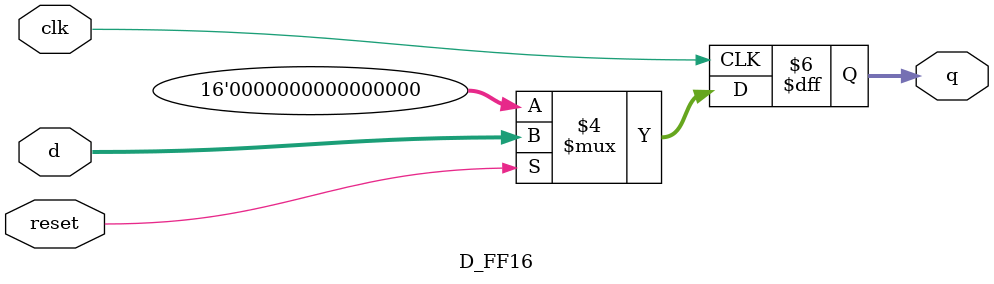
<source format=v>
module D_FF144 # (parameter port = 144) (d, q, clk, reset);


input [port-1:0] d;
input clk, reset;
output reg [port-1:0] q;


always @ (posedge clk)

begin

if(!reset)
	q <= 'd0;
else
	q <= d;

end

endmodule

module D_FF8 # (parameter port = 8) (d, q, clk, reset);


input [port-1:0] d;
input clk, reset;
output reg [port-1:0] q;


always @ (posedge clk)

begin

if(!reset)
	q <= 'd0;
else
	q <= d;

end

endmodule

module D_FF1 # (parameter port = 1) (d, q, clk, reset);


input [port-1:0] d;
input clk, reset;
output reg [port-1:0] q;


always @ (posedge clk)

begin

if(!reset)
	q <= 'd0;
else
	q <= d;

end

endmodule

module D_FF3 # (parameter port = 3) (d, q, clk, reset);


input [port-1:0] d;
input clk, reset;
output reg [port-1:0] q;


always @ (posedge clk)

begin

if(!reset)
	q <= 'd0;
else
	q <= d;

end

endmodule

module D_FF2 # (parameter port = 2) (d, q, clk, reset);


input [port-1:0] d;
input clk, reset;
output reg [port-1:0] q;


always @ (posedge clk)

begin

if(!reset)
	q <= 'd0;
else
	q <= d;

end

endmodule

module D_FF16 # (parameter port = 16) (d, q, clk, reset);


input [port-1:0] d;
input clk, reset;
output reg [port-1:0] q;


always @ (posedge clk)

begin

if(!reset)
	q <= 'd0;
else
	q <= d;

end

endmodule
</source>
